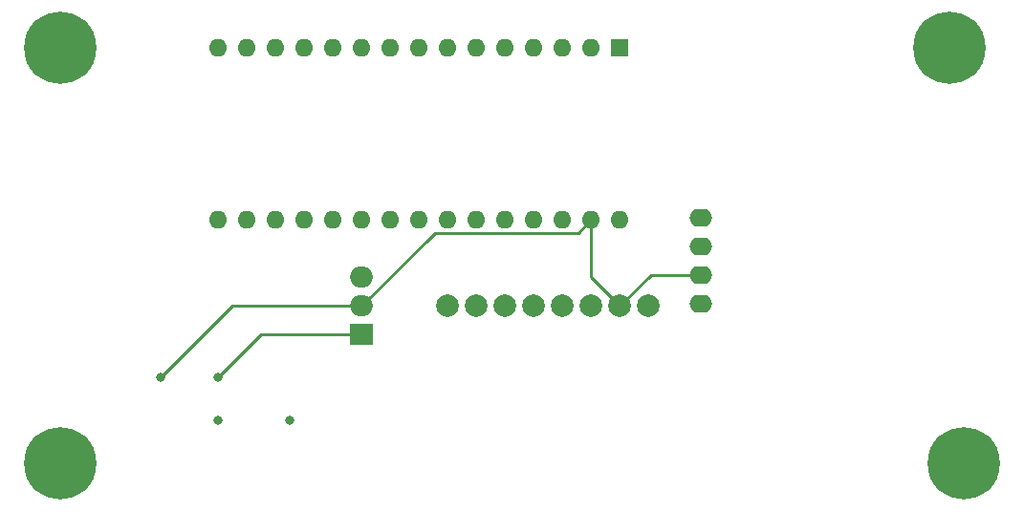
<source format=gbr>
G04 #@! TF.GenerationSoftware,KiCad,Pcbnew,(5.1.8)-1*
G04 #@! TF.CreationDate,2021-04-20T10:50:44+02:00*
G04 #@! TF.ProjectId,PB170,50423137-302e-46b6-9963-61645f706362,rev?*
G04 #@! TF.SameCoordinates,Original*
G04 #@! TF.FileFunction,Copper,L4,Bot*
G04 #@! TF.FilePolarity,Positive*
%FSLAX46Y46*%
G04 Gerber Fmt 4.6, Leading zero omitted, Abs format (unit mm)*
G04 Created by KiCad (PCBNEW (5.1.8)-1) date 2021-04-20 10:50:44*
%MOMM*%
%LPD*%
G01*
G04 APERTURE LIST*
G04 #@! TA.AperFunction,ComponentPad*
%ADD10O,2.000000X1.905000*%
G04 #@! TD*
G04 #@! TA.AperFunction,ComponentPad*
%ADD11R,2.000000X1.905000*%
G04 #@! TD*
G04 #@! TA.AperFunction,ComponentPad*
%ADD12C,2.000000*%
G04 #@! TD*
G04 #@! TA.AperFunction,ComponentPad*
%ADD13O,2.000000X1.600000*%
G04 #@! TD*
G04 #@! TA.AperFunction,ComponentPad*
%ADD14O,1.600000X1.600000*%
G04 #@! TD*
G04 #@! TA.AperFunction,ComponentPad*
%ADD15R,1.600000X1.600000*%
G04 #@! TD*
G04 #@! TA.AperFunction,ComponentPad*
%ADD16C,6.400000*%
G04 #@! TD*
G04 #@! TA.AperFunction,ViaPad*
%ADD17C,0.800000*%
G04 #@! TD*
G04 #@! TA.AperFunction,Conductor*
%ADD18C,0.250000*%
G04 #@! TD*
G04 APERTURE END LIST*
D10*
X66040000Y-57150000D03*
X66040000Y-59690000D03*
D11*
X66040000Y-62230000D03*
D12*
X73660000Y-59690000D03*
X76200000Y-59690000D03*
X78740000Y-59690000D03*
X81280000Y-59690000D03*
X83820000Y-59690000D03*
X86360000Y-59690000D03*
X88900000Y-59690000D03*
X91440000Y-59690000D03*
D13*
X96080000Y-56960000D03*
X96080000Y-59500000D03*
X96080000Y-54420000D03*
X96080000Y-51880000D03*
D14*
X53340000Y-52070000D03*
X53340000Y-36830000D03*
X88900000Y-52070000D03*
X55880000Y-36830000D03*
X86360000Y-52070000D03*
X58420000Y-36830000D03*
X83820000Y-52070000D03*
X60960000Y-36830000D03*
X81280000Y-52070000D03*
X63500000Y-36830000D03*
X78740000Y-52070000D03*
X66040000Y-36830000D03*
X76200000Y-52070000D03*
X68580000Y-36830000D03*
X73660000Y-52070000D03*
X71120000Y-36830000D03*
X71120000Y-52070000D03*
X73660000Y-36830000D03*
X68580000Y-52070000D03*
X76200000Y-36830000D03*
X66040000Y-52070000D03*
X78740000Y-36830000D03*
X63500000Y-52070000D03*
X81280000Y-36830000D03*
X60960000Y-52070000D03*
X83820000Y-36830000D03*
X58420000Y-52070000D03*
X86360000Y-36830000D03*
X55880000Y-52070000D03*
D15*
X88900000Y-36830000D03*
D16*
X39370000Y-73660000D03*
X119380000Y-73660000D03*
X118110000Y-36830000D03*
X39370000Y-36830000D03*
D17*
X48260000Y-66040000D03*
X53340000Y-69850000D03*
X59690000Y-69850000D03*
X53340000Y-66040000D03*
D18*
X86360000Y-57150000D02*
X88900000Y-59690000D01*
X86360000Y-52070000D02*
X86360000Y-57150000D01*
X91630000Y-56960000D02*
X96080000Y-56960000D01*
X88900000Y-59690000D02*
X91630000Y-56960000D01*
X72534999Y-53195001D02*
X66040000Y-59690000D01*
X85234999Y-53195001D02*
X72534999Y-53195001D01*
X86360000Y-52070000D02*
X85234999Y-53195001D01*
X66040000Y-59690000D02*
X54610000Y-59690000D01*
X54610000Y-59690000D02*
X48260000Y-66040000D01*
X57150000Y-62230000D02*
X66040000Y-62230000D01*
X53340000Y-66040000D02*
X57150000Y-62230000D01*
M02*

</source>
